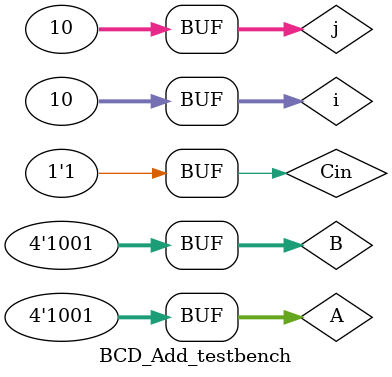
<source format=sv>
module BCD_Add(A, B, Cin, S0, S1);
	input[3:0] A, B;
	input Cin;
	output [3:0] S0, S1;
	logic [3:0]  Sum;
	logic [4:0] V;
	logic Cout;
	
	
	FourBitAdder A1(A, B, Cin, Cout, Sum);
	
	assign V[4] = Cout;
	assign V[3:0] = Sum;
		reg [3:0] tens, ones;
	
	always @(V) begin
		if(V > 9) begin
			tens = 4'd1;
			ones = V - 4'd10;
		end else begin
			tens = 4'd0;
			ones = V;	
		end
	end
	
	assign S1[3:1] = 0;
	assign S1[0] = tens;
	//assign S1 = tens;
	assign S0 = ones;

endmodule

module BCD_Add_testbench;

	logic[3:0] A, B;
	logic Cin;
	logic [3:0] S0, S1;

	
	
	
	integer i, j;
	
	BCD_Add dut(A, B, Cin, S0, S1);
	
	initial begin
		for(i = 0; i < 10; i++) begin
			A = i;
			for(j = 0; j < 10; j++) begin
				B = j;
				Cin = 0;
				$display("A,   B,   Cin, S1,  S0");
				$monitor("%4b %4b %b    %d   %d", A, B, Cin, S1, S0);
				#10;
				Cin = 1;
				$display("A,   B,   Cin, S1,  S0");
				$monitor("%4b %4b %b    %d   %d", A, B, Cin, S1, S0);				
				#10;
			end	
		end	
	end	
endmodule	
</source>
